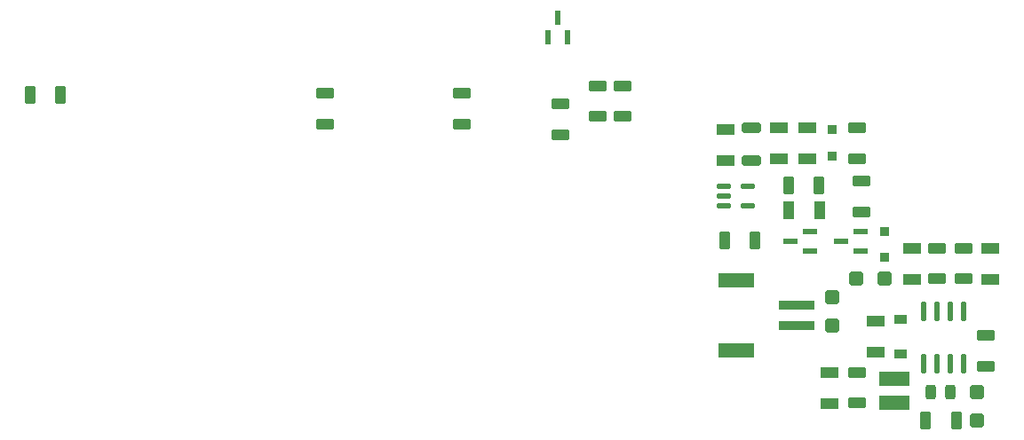
<source format=gbr>
G04 #@! TF.GenerationSoftware,KiCad,Pcbnew,(6.0.9)*
G04 #@! TF.CreationDate,2022-12-19T15:28:56-05:00*
G04 #@! TF.ProjectId,Game_Cat_R4,47616d65-5f43-4617-945f-52342e6b6963,4.1.4*
G04 #@! TF.SameCoordinates,Original*
G04 #@! TF.FileFunction,Paste,Bot*
G04 #@! TF.FilePolarity,Positive*
%FSLAX46Y46*%
G04 Gerber Fmt 4.6, Leading zero omitted, Abs format (unit mm)*
G04 Created by KiCad (PCBNEW (6.0.9)) date 2022-12-19 15:28:56*
%MOMM*%
%LPD*%
G01*
G04 APERTURE LIST*
G04 Aperture macros list*
%AMRoundRect*
0 Rectangle with rounded corners*
0 $1 Rounding radius*
0 $2 $3 $4 $5 $6 $7 $8 $9 X,Y pos of 4 corners*
0 Add a 4 corners polygon primitive as box body*
4,1,4,$2,$3,$4,$5,$6,$7,$8,$9,$2,$3,0*
0 Add four circle primitives for the rounded corners*
1,1,$1+$1,$2,$3*
1,1,$1+$1,$4,$5*
1,1,$1+$1,$6,$7*
1,1,$1+$1,$8,$9*
0 Add four rect primitives between the rounded corners*
20,1,$1+$1,$2,$3,$4,$5,0*
20,1,$1+$1,$4,$5,$6,$7,0*
20,1,$1+$1,$6,$7,$8,$9,0*
20,1,$1+$1,$8,$9,$2,$3,0*%
G04 Aperture macros list end*
%ADD10RoundRect,0.124600X0.150000X-0.587500X0.150000X0.587500X-0.150000X0.587500X-0.150000X-0.587500X0*%
%ADD11R,3.449200X0.949200*%
%ADD12R,3.349200X1.449200*%
%ADD13R,0.949200X0.949200*%
%ADD14RoundRect,0.224600X-0.650000X0.325000X-0.650000X-0.325000X0.650000X-0.325000X0.650000X0.325000X0*%
%ADD15RoundRect,0.224600X0.650000X-0.325000X0.650000X0.325000X-0.650000X0.325000X-0.650000X-0.325000X0*%
%ADD16RoundRect,0.224600X0.450000X0.425000X-0.450000X0.425000X-0.450000X-0.425000X0.450000X-0.425000X0*%
%ADD17RoundRect,0.124600X0.587500X0.150000X-0.587500X0.150000X-0.587500X-0.150000X0.587500X-0.150000X0*%
%ADD18RoundRect,0.224600X-0.625000X0.312500X-0.625000X-0.312500X0.625000X-0.312500X0.625000X0.312500X0*%
%ADD19RoundRect,0.224600X0.312500X0.625000X-0.312500X0.625000X-0.312500X-0.625000X0.312500X-0.625000X0*%
%ADD20RoundRect,0.224600X0.625000X-0.312500X0.625000X0.312500X-0.625000X0.312500X-0.625000X-0.312500X0*%
%ADD21RoundRect,0.124600X-0.512500X-0.150000X0.512500X-0.150000X0.512500X0.150000X-0.512500X0.150000X0*%
%ADD22RoundRect,0.224600X-0.700000X0.275000X-0.700000X-0.275000X0.700000X-0.275000X0.700000X0.275000X0*%
%ADD23RoundRect,0.224600X0.325000X0.650000X-0.325000X0.650000X-0.325000X-0.650000X0.325000X-0.650000X0*%
%ADD24RoundRect,0.224600X-0.312500X-0.625000X0.312500X-0.625000X0.312500X0.625000X-0.312500X0.625000X0*%
%ADD25RoundRect,0.124600X-0.150000X0.825000X-0.150000X-0.825000X0.150000X-0.825000X0.150000X0.825000X0*%
%ADD26R,2.999200X1.469200*%
%ADD27R,2.999199X1.469200*%
%ADD28R,1.149200X0.849200*%
%ADD29RoundRect,0.224600X-0.425000X0.450000X-0.425000X-0.450000X0.425000X-0.450000X0.425000X0.450000X0*%
%ADD30RoundRect,0.224600X0.250000X0.475000X-0.250000X0.475000X-0.250000X-0.475000X0.250000X-0.475000X0*%
%ADD31RoundRect,0.224600X0.425000X-0.450000X0.425000X0.450000X-0.425000X0.450000X-0.425000X-0.450000X0*%
G04 APERTURE END LIST*
D10*
X146492000Y-73454500D03*
X144592000Y-73454500D03*
X145542000Y-71579500D03*
D11*
X168324660Y-101000000D03*
X168324660Y-99000000D03*
D12*
X162574660Y-103350000D03*
X162574660Y-96650000D03*
D13*
X171754800Y-84803300D03*
X171754800Y-82303300D03*
D14*
X166665100Y-82078300D03*
X166665100Y-85028300D03*
D15*
X161569400Y-85217200D03*
X161569400Y-82267200D03*
X169336720Y-85018140D03*
X169336720Y-82068140D03*
D16*
X176717400Y-96520000D03*
X174017400Y-96520000D03*
D13*
X176737000Y-94463200D03*
X176737000Y-91963200D03*
D17*
X174419500Y-91963200D03*
X174419500Y-93863200D03*
X172544500Y-92913200D03*
D18*
X149352000Y-78090300D03*
X149352000Y-81015300D03*
D19*
X164367160Y-92887800D03*
X161442160Y-92887800D03*
D20*
X174066200Y-85015800D03*
X174066200Y-82090800D03*
X174523400Y-90108500D03*
X174523400Y-87183500D03*
D21*
X161387160Y-89545200D03*
X161387160Y-88595200D03*
X161387160Y-87645200D03*
X163662160Y-87645200D03*
X163662160Y-89545200D03*
D22*
X164030660Y-82067200D03*
X164030660Y-85217200D03*
D18*
X145796000Y-79817500D03*
X145796000Y-82742500D03*
D20*
X151739600Y-81015300D03*
X151739600Y-78090300D03*
D23*
X170519660Y-89979500D03*
X167569660Y-89979500D03*
D24*
X167562160Y-87630000D03*
X170487160Y-87630000D03*
D17*
X169602160Y-91963200D03*
X169602160Y-93863200D03*
X167727160Y-92913200D03*
D15*
X171450000Y-108388889D03*
X171450000Y-105438889D03*
D25*
X180426611Y-99633000D03*
X181696611Y-99633000D03*
X182966611Y-99633000D03*
X184236611Y-99633000D03*
X184236611Y-104583000D03*
X182966611Y-104583000D03*
X181696611Y-104583000D03*
X180426611Y-104583000D03*
D20*
X186344811Y-104842789D03*
X186344811Y-101917789D03*
D26*
X177647600Y-106023889D03*
D27*
X177647600Y-108313889D03*
D28*
X178276611Y-103671388D03*
X178276611Y-100371388D03*
D15*
X186817000Y-96533988D03*
X186817000Y-93583988D03*
D20*
X184277000Y-96521488D03*
X184277000Y-93596488D03*
D29*
X185481211Y-107315000D03*
X185481211Y-110015000D03*
D19*
X183540111Y-110045500D03*
X180615111Y-110045500D03*
D14*
X175895000Y-100546388D03*
X175895000Y-103496388D03*
D30*
X182979112Y-107315000D03*
X181079112Y-107315000D03*
D20*
X174076610Y-108376389D03*
X174076610Y-105451389D03*
D15*
X179334411Y-96533988D03*
X179334411Y-93583988D03*
D31*
X171704000Y-101000000D03*
X171704000Y-98300000D03*
D20*
X181696612Y-96521488D03*
X181696612Y-93596488D03*
X123382000Y-81726500D03*
X123382000Y-78801500D03*
D24*
X95250000Y-78968600D03*
X98175000Y-78968600D03*
D20*
X136382000Y-81726500D03*
X136382000Y-78801500D03*
M02*

</source>
